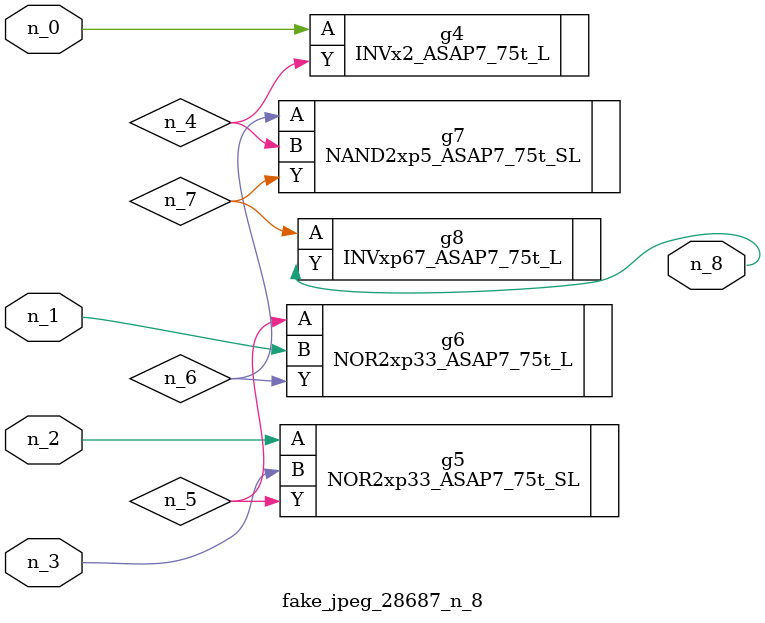
<source format=v>
module fake_jpeg_28687_n_8 (n_0, n_3, n_2, n_1, n_8);

input n_0;
input n_3;
input n_2;
input n_1;

output n_8;

wire n_4;
wire n_6;
wire n_5;
wire n_7;

INVx2_ASAP7_75t_L g4 ( 
.A(n_0),
.Y(n_4)
);

NOR2xp33_ASAP7_75t_SL g5 ( 
.A(n_2),
.B(n_3),
.Y(n_5)
);

NOR2xp33_ASAP7_75t_L g6 ( 
.A(n_5),
.B(n_1),
.Y(n_6)
);

NAND2xp5_ASAP7_75t_SL g7 ( 
.A(n_6),
.B(n_4),
.Y(n_7)
);

INVxp67_ASAP7_75t_L g8 ( 
.A(n_7),
.Y(n_8)
);


endmodule
</source>
